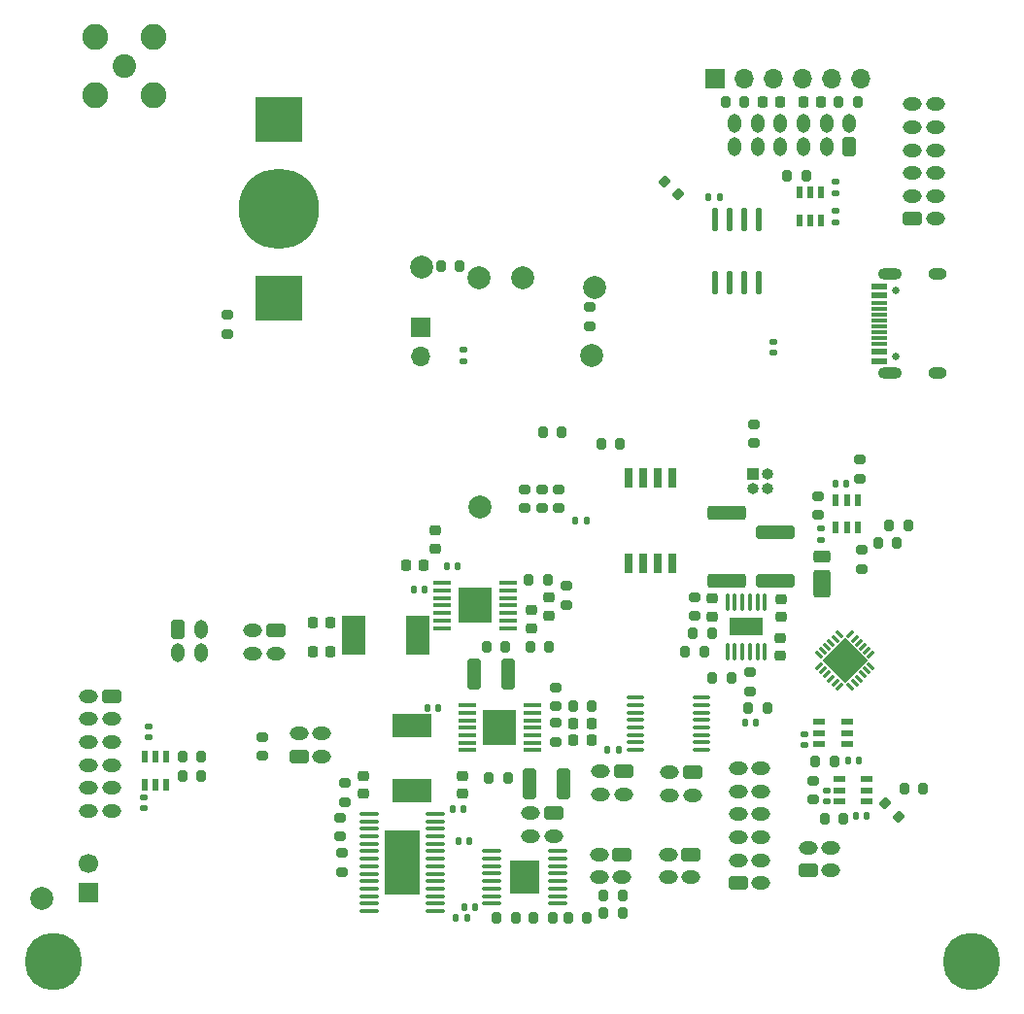
<source format=gbr>
%TF.GenerationSoftware,KiCad,Pcbnew,9.0.0*%
%TF.CreationDate,2025-07-29T18:49:57-07:00*%
%TF.ProjectId,FC_V5c,46435f56-3563-42e6-9b69-6361645f7063,rev?*%
%TF.SameCoordinates,Original*%
%TF.FileFunction,Soldermask,Bot*%
%TF.FilePolarity,Negative*%
%FSLAX46Y46*%
G04 Gerber Fmt 4.6, Leading zero omitted, Abs format (unit mm)*
G04 Created by KiCad (PCBNEW 9.0.0) date 2025-07-29 18:49:57*
%MOMM*%
%LPD*%
G01*
G04 APERTURE LIST*
G04 Aperture macros list*
%AMRoundRect*
0 Rectangle with rounded corners*
0 $1 Rounding radius*
0 $2 $3 $4 $5 $6 $7 $8 $9 X,Y pos of 4 corners*
0 Add a 4 corners polygon primitive as box body*
4,1,4,$2,$3,$4,$5,$6,$7,$8,$9,$2,$3,0*
0 Add four circle primitives for the rounded corners*
1,1,$1+$1,$2,$3*
1,1,$1+$1,$4,$5*
1,1,$1+$1,$6,$7*
1,1,$1+$1,$8,$9*
0 Add four rect primitives between the rounded corners*
20,1,$1+$1,$2,$3,$4,$5,0*
20,1,$1+$1,$4,$5,$6,$7,0*
20,1,$1+$1,$6,$7,$8,$9,0*
20,1,$1+$1,$8,$9,$2,$3,0*%
%AMRotRect*
0 Rectangle, with rotation*
0 The origin of the aperture is its center*
0 $1 length*
0 $2 width*
0 $3 Rotation angle, in degrees counterclockwise*
0 Add horizontal line*
21,1,$1,$2,0,0,$3*%
G04 Aperture macros list end*
%ADD10RoundRect,0.200000X-0.335876X-0.053033X-0.053033X-0.335876X0.335876X0.053033X0.053033X0.335876X0*%
%ADD11RoundRect,0.200000X-0.200000X-0.275000X0.200000X-0.275000X0.200000X0.275000X-0.200000X0.275000X0*%
%ADD12RoundRect,0.250000X-0.350000X-0.575000X0.350000X-0.575000X0.350000X0.575000X-0.350000X0.575000X0*%
%ADD13O,1.200000X1.650000*%
%ADD14C,2.050000*%
%ADD15C,2.250000*%
%ADD16C,2.000000*%
%ADD17C,5.000000*%
%ADD18RoundRect,0.250000X-0.575000X0.350000X-0.575000X-0.350000X0.575000X-0.350000X0.575000X0.350000X0*%
%ADD19O,1.650000X1.200000*%
%ADD20RoundRect,0.250000X0.575000X-0.350000X0.575000X0.350000X-0.575000X0.350000X-0.575000X-0.350000X0*%
%ADD21R,1.700000X1.700000*%
%ADD22C,1.700000*%
%ADD23R,1.000000X1.000000*%
%ADD24O,1.000000X1.000000*%
%ADD25RoundRect,0.250000X0.350000X0.575000X-0.350000X0.575000X-0.350000X-0.575000X0.350000X-0.575000X0*%
%ADD26O,1.700000X1.700000*%
%ADD27RoundRect,0.200000X0.275000X-0.200000X0.275000X0.200000X-0.275000X0.200000X-0.275000X-0.200000X0*%
%ADD28RoundRect,0.200000X-0.275000X0.200000X-0.275000X-0.200000X0.275000X-0.200000X0.275000X0.200000X0*%
%ADD29RoundRect,0.225000X0.250000X-0.225000X0.250000X0.225000X-0.250000X0.225000X-0.250000X-0.225000X0*%
%ADD30RoundRect,0.140000X0.170000X-0.140000X0.170000X0.140000X-0.170000X0.140000X-0.170000X-0.140000X0*%
%ADD31R,3.000000X3.100000*%
%ADD32RoundRect,0.100000X0.687500X0.100000X-0.687500X0.100000X-0.687500X-0.100000X0.687500X-0.100000X0*%
%ADD33RoundRect,0.250000X-0.325000X-1.100000X0.325000X-1.100000X0.325000X1.100000X-0.325000X1.100000X0*%
%ADD34RoundRect,0.200000X0.200000X0.275000X-0.200000X0.275000X-0.200000X-0.275000X0.200000X-0.275000X0*%
%ADD35RoundRect,0.140000X-0.140000X-0.170000X0.140000X-0.170000X0.140000X0.170000X-0.140000X0.170000X0*%
%ADD36R,0.550000X1.000000*%
%ADD37RoundRect,0.140000X-0.170000X0.140000X-0.170000X-0.140000X0.170000X-0.140000X0.170000X0.140000X0*%
%ADD38RoundRect,0.218750X0.218750X0.256250X-0.218750X0.256250X-0.218750X-0.256250X0.218750X-0.256250X0*%
%ADD39RotRect,0.782600X0.254800X225.000000*%
%ADD40RotRect,0.254800X0.782600X225.000000*%
%ADD41RotRect,2.794000X2.794000X225.000000*%
%ADD42RoundRect,0.225000X-0.225000X-0.250000X0.225000X-0.250000X0.225000X0.250000X-0.225000X0.250000X0*%
%ADD43R,3.400000X2.000000*%
%ADD44RoundRect,0.225000X-0.250000X0.225000X-0.250000X-0.225000X0.250000X-0.225000X0.250000X0.225000X0*%
%ADD45RoundRect,0.250000X-0.500000X0.950000X-0.500000X-0.950000X0.500000X-0.950000X0.500000X0.950000X0*%
%ADD46RoundRect,0.250000X-0.500000X0.275000X-0.500000X-0.275000X0.500000X-0.275000X0.500000X0.275000X0*%
%ADD47RoundRect,0.140000X0.140000X0.170000X-0.140000X0.170000X-0.140000X-0.170000X0.140000X-0.170000X0*%
%ADD48RoundRect,0.225000X0.225000X0.250000X-0.225000X0.250000X-0.225000X-0.250000X0.225000X-0.250000X0*%
%ADD49RoundRect,0.135000X-0.135000X-0.185000X0.135000X-0.185000X0.135000X0.185000X-0.135000X0.185000X0*%
%ADD50RoundRect,0.250000X1.425000X-0.362500X1.425000X0.362500X-1.425000X0.362500X-1.425000X-0.362500X0*%
%ADD51O,1.730000X0.340000*%
%ADD52C,0.500000*%
%ADD53R,3.100000X5.600000*%
%ADD54RoundRect,0.218750X-0.218750X-0.256250X0.218750X-0.256250X0.218750X0.256250X-0.218750X0.256250X0*%
%ADD55R,1.000000X0.550000*%
%ADD56R,4.180000X3.900000*%
%ADD57C,7.000000*%
%ADD58R,0.800000X1.700000*%
%ADD59RoundRect,0.100000X0.100000X-0.625000X0.100000X0.625000X-0.100000X0.625000X-0.100000X-0.625000X0*%
%ADD60R,2.850000X1.650000*%
%ADD61O,0.590000X2.050000*%
%ADD62RoundRect,0.100000X0.637500X0.100000X-0.637500X0.100000X-0.637500X-0.100000X0.637500X-0.100000X0*%
%ADD63RoundRect,0.250000X1.450000X-0.312500X1.450000X0.312500X-1.450000X0.312500X-1.450000X-0.312500X0*%
%ADD64O,1.750000X0.340000*%
%ADD65R,2.500000X2.900000*%
%ADD66C,0.650000*%
%ADD67R,1.450000X0.600000*%
%ADD68R,1.450000X0.300000*%
%ADD69O,1.600000X1.000000*%
%ADD70O,2.100000X1.000000*%
%ADD71R,2.000000X3.400000*%
G04 APERTURE END LIST*
D10*
%TO.C,R89*%
X219816637Y-124216637D03*
X220983363Y-125383363D03*
%TD*%
D11*
%TO.C,R88*%
X221475000Y-123000000D03*
X223125000Y-123000000D03*
%TD*%
D12*
%TO.C,J21*%
X158200000Y-109100000D03*
D13*
X158200000Y-111100001D03*
X160200001Y-109100000D03*
X160200000Y-111100000D03*
%TD*%
D14*
%TO.C,J6*%
X153500000Y-60000000D03*
D15*
X150960000Y-57460000D03*
X150960000Y-62540000D03*
X156040000Y-57460000D03*
X156040000Y-62540000D03*
%TD*%
D16*
%TO.C,TP6*%
X179400000Y-77500000D03*
%TD*%
D17*
%TO.C,H2*%
X227300000Y-138000000D03*
%TD*%
D18*
%TO.C,J20*%
X190900000Y-125100000D03*
D19*
X188899999Y-125100000D03*
X190900000Y-127100001D03*
X188900000Y-127100000D03*
%TD*%
D17*
%TO.C,H1*%
X147300000Y-138000000D03*
%TD*%
D18*
%TO.C,J7*%
X203000000Y-121525001D03*
D19*
X200999999Y-121525001D03*
X203000000Y-123525002D03*
X201000000Y-123525001D03*
%TD*%
D18*
%TO.C,J17*%
X152400000Y-114899999D03*
D19*
X150399999Y-114899999D03*
X152400000Y-116900000D03*
X150400000Y-116899999D03*
X152400000Y-118899999D03*
X150400000Y-118900000D03*
X152400000Y-120899999D03*
X150400000Y-120899999D03*
X152400000Y-122899999D03*
X150400000Y-122899999D03*
X152400000Y-124899999D03*
X150400000Y-124899999D03*
%TD*%
D16*
%TO.C,TP5*%
X184500000Y-98400000D03*
%TD*%
D18*
%TO.C,J10*%
X197000000Y-121475001D03*
D19*
X194999999Y-121475001D03*
X197000000Y-123475002D03*
X195000000Y-123475001D03*
%TD*%
D20*
%TO.C,J19*%
X213100000Y-130100001D03*
D19*
X215100001Y-130100001D03*
X213100000Y-128100000D03*
X215100000Y-128100001D03*
%TD*%
D18*
%TO.C,J8*%
X202900000Y-128700000D03*
D19*
X200899999Y-128700000D03*
X202900000Y-130700001D03*
X200900000Y-130700000D03*
%TD*%
D16*
%TO.C,TP2*%
X194200000Y-85200000D03*
%TD*%
%TO.C,TP8*%
X188200000Y-78400000D03*
%TD*%
%TO.C,TP3*%
X146350000Y-132550000D03*
%TD*%
D18*
%TO.C,J29*%
X196900000Y-128700001D03*
D19*
X194899999Y-128700001D03*
X196900000Y-130700002D03*
X194900000Y-130700001D03*
%TD*%
D20*
%TO.C,J23*%
X168725000Y-120150000D03*
D19*
X170725001Y-120150000D03*
X168725000Y-118149999D03*
X170725000Y-118150000D03*
%TD*%
D21*
%TO.C,J4*%
X150350000Y-132025000D03*
D22*
X150350000Y-129485000D03*
%TD*%
D16*
%TO.C,TP7*%
X184400000Y-78400000D03*
%TD*%
D23*
%TO.C,J22*%
X208275000Y-95550000D03*
D24*
X209545000Y-95550000D03*
X208275000Y-96820000D03*
X209545000Y-96820000D03*
%TD*%
D16*
%TO.C,TP1*%
X194500000Y-79250000D03*
%TD*%
D18*
%TO.C,J24*%
X166700000Y-109200000D03*
D19*
X164699999Y-109200000D03*
X166700000Y-111200001D03*
X164700000Y-111200000D03*
%TD*%
D20*
%TO.C,J16*%
X222200001Y-73300000D03*
D19*
X224200001Y-73300000D03*
X222200001Y-71300000D03*
X224200001Y-71300000D03*
X222200001Y-69300000D03*
X224200001Y-69300000D03*
X222200001Y-67300000D03*
X224200001Y-67300000D03*
X222200001Y-65300000D03*
X224200001Y-65300000D03*
X222200001Y-63300000D03*
X224200001Y-63300000D03*
%TD*%
D20*
%TO.C,J14*%
X206999999Y-131200000D03*
D19*
X209000000Y-131200000D03*
X206999999Y-129199999D03*
X208999999Y-129200000D03*
X206999999Y-127200000D03*
X208999999Y-127199999D03*
X206999999Y-125200000D03*
X208999999Y-125200000D03*
X206999999Y-123200000D03*
X208999999Y-123200000D03*
X206999999Y-121200000D03*
X208999999Y-121200000D03*
%TD*%
D25*
%TO.C,J18*%
X216700000Y-67000000D03*
D13*
X216700000Y-65000000D03*
X214700000Y-67000000D03*
X214700000Y-65000000D03*
X212700000Y-67000000D03*
X212700000Y-65000000D03*
X210700000Y-67000000D03*
X210700000Y-65000000D03*
X208700000Y-67000000D03*
X208700000Y-65000000D03*
X206700000Y-67000000D03*
X206700000Y-65000000D03*
%TD*%
D21*
%TO.C,J3*%
X204950000Y-61100000D03*
D26*
X207490000Y-61100000D03*
X210029999Y-61100000D03*
X212570000Y-61100000D03*
X215110000Y-61100000D03*
X217650000Y-61100000D03*
%TD*%
D21*
%TO.C,J1*%
X179300000Y-82725000D03*
D26*
X179300000Y-85265000D03*
%TD*%
D27*
%TO.C,R43*%
X191131250Y-118875000D03*
X191131250Y-117225000D03*
%TD*%
%TO.C,R71*%
X203200000Y-107925000D03*
X203200000Y-106275000D03*
%TD*%
D28*
%TO.C,R51*%
X214000000Y-97450000D03*
X214000000Y-99100000D03*
%TD*%
D29*
%TO.C,C40*%
X210700000Y-111375000D03*
X210700000Y-109825000D03*
%TD*%
D30*
%TO.C,C53*%
X212775000Y-119155000D03*
X212775000Y-118195000D03*
%TD*%
D31*
%TO.C,U13*%
X184100000Y-107000000D03*
D32*
X186962500Y-105050000D03*
X186962500Y-105700000D03*
X186962500Y-106350000D03*
X186962500Y-107000000D03*
X186962500Y-107650000D03*
X186962500Y-108300000D03*
X186962500Y-108950000D03*
X181237500Y-108950000D03*
X181237500Y-108300000D03*
X181237500Y-107650000D03*
X181237500Y-107000000D03*
X181237500Y-106350000D03*
X181237500Y-105700000D03*
X181237500Y-105050000D03*
%TD*%
D33*
%TO.C,C25*%
X188849999Y-122550000D03*
X191800001Y-122550000D03*
%TD*%
D27*
%TO.C,R76*%
X213500000Y-123925000D03*
X213500000Y-122275000D03*
%TD*%
D34*
%TO.C,R86*%
X160225000Y-121900000D03*
X158575000Y-121900000D03*
%TD*%
D28*
%TO.C,R67*%
X191400000Y-96875000D03*
X191400000Y-98525000D03*
%TD*%
D35*
%TO.C,C58*%
X182120000Y-124700000D03*
X183080000Y-124700000D03*
%TD*%
D27*
%TO.C,R102*%
X172300000Y-127125000D03*
X172300000Y-125475000D03*
%TD*%
D11*
%TO.C,R103*%
X189975000Y-91900000D03*
X191625000Y-91900000D03*
%TD*%
D36*
%TO.C,U29*%
X214225001Y-73400001D03*
X213275001Y-73400001D03*
X212325001Y-73400001D03*
X212325001Y-71000001D03*
X213275001Y-71000001D03*
X214225001Y-71000001D03*
%TD*%
D37*
%TO.C,C60*%
X155200000Y-123720000D03*
X155200000Y-124680000D03*
%TD*%
D27*
%TO.C,R66*%
X208000000Y-114475000D03*
X208000000Y-112825000D03*
%TD*%
D38*
%TO.C,D1*%
X214236250Y-63100000D03*
X212661250Y-63100000D03*
%TD*%
D30*
%TO.C,C18*%
X183100000Y-85680000D03*
X183100000Y-84720000D03*
%TD*%
D27*
%TO.C,R38*%
X191131250Y-115775000D03*
X191131250Y-114125000D03*
%TD*%
D11*
%TO.C,R125*%
X185075000Y-110600000D03*
X186725000Y-110600000D03*
%TD*%
D27*
%TO.C,R96*%
X162500000Y-83325000D03*
X162500000Y-81675000D03*
%TD*%
D35*
%TO.C,C27*%
X179920000Y-115900000D03*
X180880000Y-115900000D03*
%TD*%
D39*
%TO.C,U12*%
X216797153Y-109534628D03*
X217150799Y-109888275D03*
X217504441Y-110241916D03*
X217858084Y-110595559D03*
X218211725Y-110949201D03*
X218565372Y-111302847D03*
D40*
X218565372Y-112297153D03*
X218211725Y-112650799D03*
X217858084Y-113004441D03*
X217504441Y-113358084D03*
X217150799Y-113711725D03*
X216797153Y-114065372D03*
D39*
X215802847Y-114065372D03*
X215449201Y-113711725D03*
X215095559Y-113358084D03*
X214741916Y-113004441D03*
X214388275Y-112650799D03*
X214034628Y-112297153D03*
D40*
X214034628Y-111302847D03*
X214388275Y-110949201D03*
X214741916Y-110595559D03*
X215095559Y-110241916D03*
X215449201Y-109888275D03*
X215802847Y-109534628D03*
D41*
X216300000Y-111800000D03*
%TD*%
D42*
%TO.C,C36*%
X192656250Y-118750000D03*
X194206250Y-118750000D03*
%TD*%
D43*
%TO.C,L4*%
X178600000Y-123100000D03*
X178600000Y-117500000D03*
%TD*%
D11*
%TO.C,R61*%
X219175000Y-101500000D03*
X220825000Y-101500000D03*
%TD*%
%TO.C,R14*%
X181075000Y-77400000D03*
X182725000Y-77400000D03*
%TD*%
%TO.C,R70*%
X202375000Y-111000000D03*
X204025000Y-111000000D03*
%TD*%
D44*
%TO.C,C42*%
X204708799Y-106391199D03*
X204708799Y-107941199D03*
%TD*%
D45*
%TO.C,D13*%
X214300000Y-105100000D03*
D46*
X214300000Y-102725000D03*
%TD*%
D27*
%TO.C,R101*%
X172750000Y-124125000D03*
X172750000Y-122475000D03*
%TD*%
D35*
%TO.C,C57*%
X182620000Y-127500000D03*
X183580000Y-127500000D03*
%TD*%
D47*
%TO.C,C5*%
X179680000Y-105575000D03*
X178720000Y-105575000D03*
%TD*%
D44*
%TO.C,C41*%
X210708799Y-106425000D03*
X210708799Y-107975000D03*
%TD*%
D28*
%TO.C,R77*%
X188400000Y-96875000D03*
X188400000Y-98525000D03*
%TD*%
D30*
%TO.C,C80*%
X215525001Y-71035002D03*
X215525001Y-70075002D03*
%TD*%
D42*
%TO.C,C37*%
X192656250Y-117250000D03*
X194206250Y-117250000D03*
%TD*%
D44*
%TO.C,C4*%
X190500000Y-106325000D03*
X190500000Y-107875000D03*
%TD*%
D35*
%TO.C,C54*%
X182420000Y-134250000D03*
X183380000Y-134250000D03*
%TD*%
D34*
%TO.C,R82*%
X196924999Y-133800000D03*
X195274999Y-133800000D03*
%TD*%
%TO.C,R65*%
X209525000Y-115900000D03*
X207875000Y-115900000D03*
%TD*%
%TO.C,R84*%
X187625000Y-134200000D03*
X185975000Y-134200000D03*
%TD*%
D37*
%TO.C,C48*%
X214250000Y-100295000D03*
X214250000Y-101255000D03*
%TD*%
D30*
%TO.C,C79*%
X215525001Y-73585002D03*
X215525001Y-72625002D03*
%TD*%
D48*
%TO.C,C3*%
X179575000Y-103500000D03*
X178025000Y-103500000D03*
%TD*%
D49*
%TO.C,R9*%
X204390001Y-71400000D03*
X205409999Y-71400000D03*
%TD*%
D34*
%TO.C,R55*%
X193825000Y-134200000D03*
X192175000Y-134200000D03*
%TD*%
D36*
%TO.C,U27*%
X155250000Y-120200000D03*
X156200000Y-120200000D03*
X157150000Y-120200000D03*
X157150000Y-122600000D03*
X156200000Y-122600000D03*
X155250000Y-122600000D03*
%TD*%
D34*
%TO.C,R40*%
X194256250Y-115750000D03*
X192606250Y-115750000D03*
%TD*%
%TO.C,R85*%
X196925000Y-132300000D03*
X195275000Y-132300000D03*
%TD*%
%TO.C,R74*%
X204725000Y-109400000D03*
X203075000Y-109400000D03*
%TD*%
D35*
%TO.C,C55*%
X216595000Y-120500000D03*
X217555000Y-120500000D03*
%TD*%
D11*
%TO.C,R4*%
X215763750Y-63100000D03*
X217413750Y-63100000D03*
%TD*%
D28*
%TO.C,R42*%
X192000000Y-105275000D03*
X192000000Y-106925000D03*
%TD*%
D11*
%TO.C,R47*%
X214525000Y-125600000D03*
X216175000Y-125600000D03*
%TD*%
%TO.C,R124*%
X185275000Y-122000000D03*
X186925000Y-122000000D03*
%TD*%
D28*
%TO.C,R73*%
X165500000Y-118475000D03*
X165500000Y-120125000D03*
%TD*%
D50*
%TO.C,R75*%
X206008799Y-104803700D03*
X206008799Y-98878700D03*
%TD*%
D30*
%TO.C,C49*%
X214750000Y-124080000D03*
X214750000Y-123120000D03*
%TD*%
D11*
%TO.C,R23*%
X188775000Y-104800000D03*
X190425000Y-104800000D03*
%TD*%
D51*
%TO.C,U6*%
X174830000Y-133630000D03*
X174830000Y-132980000D03*
X174830000Y-132329999D03*
X174830000Y-131680000D03*
X174830000Y-131030001D03*
X174830000Y-130380000D03*
X174830000Y-129720000D03*
X174830000Y-129070000D03*
X174830000Y-128420000D03*
X174830000Y-127769999D03*
X174830000Y-127120000D03*
X174830000Y-126470001D03*
X174830000Y-125820000D03*
X174830000Y-125170000D03*
X180570000Y-125170000D03*
X180570000Y-125820000D03*
X180570000Y-126470001D03*
X180570000Y-127120000D03*
X180570000Y-127769999D03*
X180570000Y-128420000D03*
X180570000Y-129070000D03*
X180570000Y-129720000D03*
X180570000Y-130380000D03*
X180570000Y-131030001D03*
X180570000Y-131680000D03*
X180570000Y-132329999D03*
X180570000Y-132980000D03*
X180570000Y-133630000D03*
D52*
X176500000Y-131200000D03*
X177700000Y-131200000D03*
X178900000Y-131200000D03*
X176500000Y-130000000D03*
X177700000Y-130000000D03*
X178900000Y-130000000D03*
D53*
X177700000Y-129400000D03*
D52*
X176500000Y-128800000D03*
X177700000Y-128800000D03*
X178900000Y-128800000D03*
X177700000Y-127620000D03*
X176500000Y-127600000D03*
X178900000Y-127600000D03*
%TD*%
D11*
%TO.C,R69*%
X204775000Y-113300000D03*
X206425000Y-113300000D03*
%TD*%
D54*
%TO.C,D2*%
X209112499Y-63100000D03*
X210687501Y-63100000D03*
%TD*%
D29*
%TO.C,C9*%
X189000000Y-108975000D03*
X189000000Y-107425000D03*
%TD*%
D30*
%TO.C,C76*%
X210100000Y-84980000D03*
X210100000Y-84020000D03*
%TD*%
D47*
%TO.C,C30*%
X196580000Y-119600000D03*
X195620000Y-119600000D03*
%TD*%
D55*
%TO.C,U22*%
X215800000Y-124050000D03*
X215800000Y-123100000D03*
X215800000Y-122150000D03*
X218200000Y-122150000D03*
X218200000Y-123100000D03*
X218200000Y-124050000D03*
%TD*%
D35*
%TO.C,C47*%
X215482499Y-96375001D03*
X216442499Y-96375001D03*
%TD*%
D56*
%TO.C,BT1*%
X167000001Y-64600000D03*
X167000001Y-80200000D03*
D57*
X167000001Y-72400000D03*
%TD*%
D27*
%TO.C,R62*%
X217750000Y-103825000D03*
X217750000Y-102175000D03*
%TD*%
D48*
%TO.C,C8*%
X171475000Y-108525000D03*
X169925000Y-108525000D03*
%TD*%
D11*
%TO.C,R50*%
X211260002Y-69555002D03*
X212910002Y-69555002D03*
%TD*%
D28*
%TO.C,R68*%
X217600000Y-94275000D03*
X217600000Y-95925000D03*
%TD*%
D34*
%TO.C,R3*%
X207552500Y-63120000D03*
X205902500Y-63120000D03*
%TD*%
D35*
%TO.C,C56*%
X183120000Y-133300000D03*
X184080000Y-133300000D03*
%TD*%
%TO.C,C29*%
X207620000Y-117200000D03*
X208580000Y-117200000D03*
%TD*%
D34*
%TO.C,R63*%
X190525000Y-110600000D03*
X188875000Y-110600000D03*
%TD*%
D58*
%TO.C,U2*%
X197490000Y-95900000D03*
X198760000Y-95900000D03*
X200030000Y-95900000D03*
X201300000Y-95900000D03*
X201300000Y-103300000D03*
X200030000Y-103300000D03*
X198760000Y-103300000D03*
X197490000Y-103300000D03*
%TD*%
D44*
%TO.C,C15*%
X174300000Y-121875000D03*
X174300000Y-123425000D03*
%TD*%
D47*
%TO.C,C6*%
X182580000Y-103600000D03*
X181620000Y-103600000D03*
%TD*%
D31*
%TO.C,U10*%
X186231250Y-117650000D03*
D32*
X189093750Y-115700000D03*
X189093750Y-116350000D03*
X189093750Y-117000000D03*
X189093750Y-117650000D03*
X189093750Y-118300000D03*
X189093750Y-118950000D03*
X189093750Y-119600000D03*
X183368750Y-119600000D03*
X183368750Y-118950000D03*
X183368750Y-118300000D03*
X183368750Y-117650000D03*
X183368750Y-117000000D03*
X183368750Y-116350000D03*
X183368750Y-115700000D03*
%TD*%
D29*
%TO.C,C1*%
X180600000Y-102025000D03*
X180600000Y-100475000D03*
%TD*%
D28*
%TO.C,R78*%
X189900000Y-96875000D03*
X189900000Y-98525000D03*
%TD*%
D59*
%TO.C,IC6*%
X209323799Y-111001200D03*
X208673800Y-111001200D03*
X208023799Y-111001200D03*
X207373799Y-111001200D03*
X206723798Y-111001200D03*
X206073799Y-111001200D03*
X206073799Y-106701200D03*
X206723798Y-106701200D03*
X207373799Y-106701200D03*
X208023799Y-106701200D03*
X208673800Y-106701200D03*
X209323799Y-106701200D03*
D60*
X207698799Y-108851200D03*
%TD*%
D47*
%TO.C,C51*%
X218230000Y-125350000D03*
X217270000Y-125350000D03*
%TD*%
D61*
%TO.C,U5*%
X208810000Y-78870000D03*
X207530000Y-78870000D03*
X206270000Y-78870000D03*
X205000000Y-78870000D03*
X205000000Y-73330000D03*
X206270000Y-73330000D03*
X207530000Y-73330000D03*
X208810000Y-73330000D03*
%TD*%
D44*
%TO.C,C16*%
X182950000Y-121825000D03*
X182950000Y-123375000D03*
%TD*%
D11*
%TO.C,R83*%
X189175000Y-134200000D03*
X190825000Y-134200000D03*
%TD*%
D10*
%TO.C,R79*%
X200616637Y-70016637D03*
X201783363Y-71183363D03*
%TD*%
D62*
%TO.C,U26*%
X203775001Y-115025000D03*
X203775001Y-115675000D03*
X203775001Y-116325000D03*
X203775001Y-116975000D03*
X203775001Y-117625000D03*
X203775001Y-118275000D03*
X203775001Y-118925000D03*
X203775001Y-119575000D03*
X198050001Y-119575000D03*
X198050001Y-118925000D03*
X198050001Y-118275000D03*
X198050001Y-117625000D03*
X198050001Y-116975000D03*
X198050001Y-116325000D03*
X198050001Y-115675000D03*
X198050001Y-115025000D03*
%TD*%
D63*
%TO.C,L2*%
X210208799Y-104878700D03*
X210208799Y-100603700D03*
%TD*%
D28*
%TO.C,R90*%
X194100000Y-80975000D03*
X194100000Y-82625000D03*
%TD*%
D11*
%TO.C,R45*%
X220175000Y-100000000D03*
X221825000Y-100000000D03*
%TD*%
D64*
%TO.C,U25*%
X185530000Y-132980000D03*
X185530000Y-132330001D03*
X185530000Y-131680000D03*
X185530000Y-131020000D03*
X185530000Y-130370000D03*
X185530000Y-129720000D03*
X185530000Y-129069999D03*
X185530000Y-128420000D03*
X191270000Y-128420000D03*
X191270000Y-129069999D03*
X191270000Y-129720000D03*
X191270000Y-130370000D03*
X191270000Y-131020000D03*
X191270000Y-131680000D03*
X191270000Y-132330001D03*
X191270000Y-132980000D03*
D65*
X188400000Y-130700000D03*
%TD*%
D66*
%TO.C,J12*%
X220750000Y-79530000D03*
X220750000Y-85310000D03*
D67*
X219305000Y-79170000D03*
X219305000Y-79969999D03*
D68*
X219305001Y-81170000D03*
X219305000Y-82170000D03*
X219305000Y-82670000D03*
X219305001Y-83670000D03*
D67*
X219305000Y-84870001D03*
X219305000Y-85670000D03*
X219305000Y-85670000D03*
X219305000Y-84870001D03*
D68*
X219305000Y-84170000D03*
X219305000Y-83170000D03*
X219305000Y-81670000D03*
X219305000Y-80670000D03*
D67*
X219305000Y-79969999D03*
X219305000Y-79170000D03*
D69*
X224400000Y-78100000D03*
D70*
X220220000Y-78100000D03*
D69*
X224400000Y-86740000D03*
D70*
X220220000Y-86740000D03*
%TD*%
D33*
%TO.C,C19*%
X184025000Y-112950000D03*
X186975000Y-112950000D03*
%TD*%
D27*
%TO.C,R100*%
X172500000Y-130225000D03*
X172500000Y-128575000D03*
%TD*%
D34*
%TO.C,R11*%
X196725000Y-92900000D03*
X195075000Y-92900000D03*
%TD*%
D36*
%TO.C,U21*%
X215512499Y-97775000D03*
X216462499Y-97775000D03*
X217412499Y-97775000D03*
X217412499Y-100175000D03*
X216462499Y-100175000D03*
X215512499Y-100175000D03*
%TD*%
D27*
%TO.C,R5*%
X208400000Y-92825000D03*
X208400000Y-91175000D03*
%TD*%
D35*
%TO.C,C39*%
X192820000Y-99600000D03*
X193780000Y-99600000D03*
%TD*%
D30*
%TO.C,C59*%
X155600000Y-118480000D03*
X155600000Y-117520000D03*
%TD*%
D48*
%TO.C,C7*%
X171475000Y-111000000D03*
X169925000Y-111000000D03*
%TD*%
D55*
%TO.C,U24*%
X214075000Y-119050000D03*
X214075000Y-118100000D03*
X214075000Y-117150000D03*
X216475000Y-117150000D03*
X216475000Y-118100000D03*
X216475000Y-119050000D03*
%TD*%
D11*
%TO.C,R49*%
X213750000Y-120575000D03*
X215400000Y-120575000D03*
%TD*%
D34*
%TO.C,R87*%
X160225000Y-120200000D03*
X158575000Y-120200000D03*
%TD*%
D71*
%TO.C,L5*%
X179075000Y-109625001D03*
X173475000Y-109625001D03*
%TD*%
M02*

</source>
